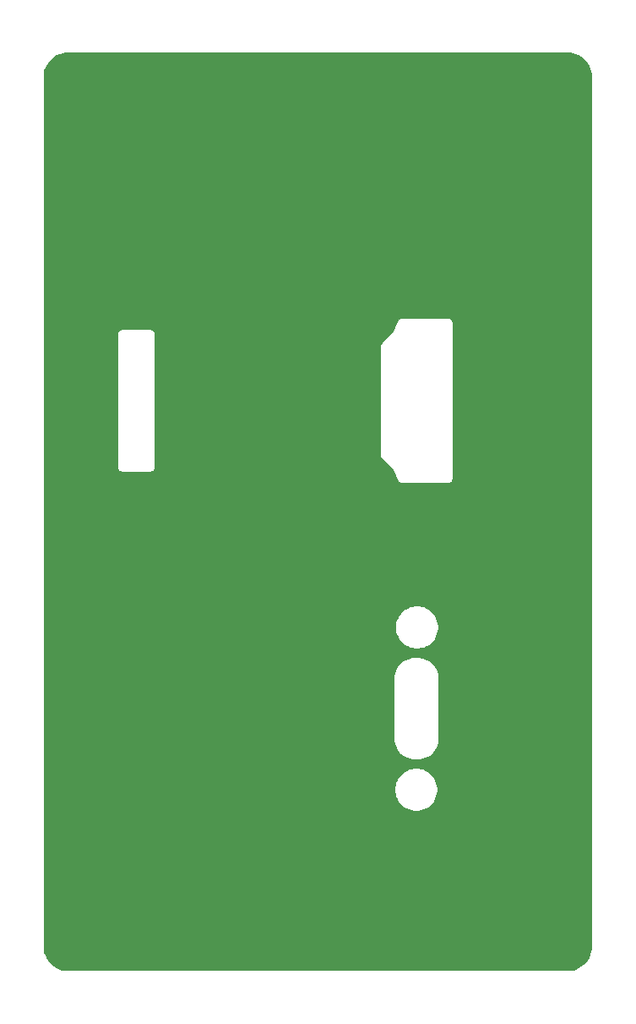
<source format=gbr>
%TF.GenerationSoftware,KiCad,Pcbnew,9.0.5-9.0.5~ubuntu24.04.1*%
%TF.CreationDate,2025-10-22T14:00:19+02:00*%
%TF.ProjectId,misrc_v2.5_back_panel,6d697372-635f-4763-922e-355f6261636b,rev?*%
%TF.SameCoordinates,Original*%
%TF.FileFunction,Copper,L2,Bot*%
%TF.FilePolarity,Positive*%
%FSLAX46Y46*%
G04 Gerber Fmt 4.6, Leading zero omitted, Abs format (unit mm)*
G04 Created by KiCad (PCBNEW 9.0.5-9.0.5~ubuntu24.04.1) date 2025-10-22 14:00:19*
%MOMM*%
%LPD*%
G01*
G04 APERTURE LIST*
%TA.AperFunction,ComponentPad*%
%ADD10C,13.000000*%
%TD*%
%TA.AperFunction,ComponentPad*%
%ADD11C,5.700000*%
%TD*%
G04 APERTURE END LIST*
D10*
%TO.P,H5,1,1*%
%TO.N,GND*%
X64850000Y-119207600D03*
%TD*%
D11*
%TO.P,H2,1,1*%
%TO.N,GND*%
X54000000Y-142000000D03*
%TD*%
%TO.P,H1,1,1*%
%TO.N,GND*%
X54000000Y-57000000D03*
%TD*%
%TO.P,H4,1,1*%
%TO.N,GND*%
X102000000Y-57000000D03*
%TD*%
%TO.P,H3,1,1*%
%TO.N,GND*%
X102000000Y-142000000D03*
%TD*%
%TA.AperFunction,Conductor*%
%TO.N,GND*%
G36*
X103001785Y-53500608D02*
G01*
X103297711Y-53518508D01*
X103304784Y-53519366D01*
X103594664Y-53572488D01*
X103601576Y-53574193D01*
X103882933Y-53661868D01*
X103889594Y-53664394D01*
X104158319Y-53785337D01*
X104164628Y-53788648D01*
X104416824Y-53941106D01*
X104422687Y-53945153D01*
X104654667Y-54126897D01*
X104660000Y-54131622D01*
X104868377Y-54339999D01*
X104873102Y-54345332D01*
X105054846Y-54577312D01*
X105058893Y-54583175D01*
X105211351Y-54835371D01*
X105214662Y-54841680D01*
X105335605Y-55110405D01*
X105338131Y-55117066D01*
X105425806Y-55398423D01*
X105427512Y-55405341D01*
X105480633Y-55695215D01*
X105481491Y-55702288D01*
X105499392Y-55998214D01*
X105499500Y-56001776D01*
X105499500Y-142998223D01*
X105499392Y-143001785D01*
X105481491Y-143297711D01*
X105480633Y-143304784D01*
X105427512Y-143594658D01*
X105425806Y-143601576D01*
X105338131Y-143882933D01*
X105335605Y-143889594D01*
X105214662Y-144158319D01*
X105211351Y-144164628D01*
X105058893Y-144416824D01*
X105054846Y-144422687D01*
X104873102Y-144654667D01*
X104868377Y-144660000D01*
X104660000Y-144868377D01*
X104654667Y-144873102D01*
X104422687Y-145054846D01*
X104416824Y-145058893D01*
X104164628Y-145211351D01*
X104158319Y-145214662D01*
X103889594Y-145335605D01*
X103882933Y-145338131D01*
X103601576Y-145425806D01*
X103594658Y-145427512D01*
X103304784Y-145480633D01*
X103297711Y-145481491D01*
X103001785Y-145499392D01*
X102998223Y-145499500D01*
X53001777Y-145499500D01*
X52998215Y-145499392D01*
X52702288Y-145481491D01*
X52695215Y-145480633D01*
X52405341Y-145427512D01*
X52398423Y-145425806D01*
X52117066Y-145338131D01*
X52110405Y-145335605D01*
X51841680Y-145214662D01*
X51835371Y-145211351D01*
X51583175Y-145058893D01*
X51577312Y-145054846D01*
X51345332Y-144873102D01*
X51339999Y-144868377D01*
X51131622Y-144660000D01*
X51126897Y-144654667D01*
X50945153Y-144422687D01*
X50941106Y-144416824D01*
X50788648Y-144164628D01*
X50785337Y-144158319D01*
X50664394Y-143889594D01*
X50661868Y-143882933D01*
X50574193Y-143601576D01*
X50572487Y-143594658D01*
X50519366Y-143304784D01*
X50518508Y-143297711D01*
X50500608Y-143001785D01*
X50500500Y-142998223D01*
X50500500Y-127194926D01*
X85767500Y-127194926D01*
X85767500Y-127470273D01*
X85803440Y-127743267D01*
X85874703Y-128009227D01*
X85874707Y-128009237D01*
X85980073Y-128263613D01*
X85980075Y-128263617D01*
X85980077Y-128263621D01*
X86029028Y-128348406D01*
X86117752Y-128502081D01*
X86285377Y-128720534D01*
X86480065Y-128915222D01*
X86480069Y-128915225D01*
X86480072Y-128915228D01*
X86698521Y-129082849D01*
X86936979Y-129220523D01*
X87191368Y-129325895D01*
X87457334Y-129397160D01*
X87730326Y-129433100D01*
X87730327Y-129433100D01*
X88005673Y-129433100D01*
X88005674Y-129433100D01*
X88278666Y-129397160D01*
X88544632Y-129325895D01*
X88799021Y-129220523D01*
X89037479Y-129082849D01*
X89255928Y-128915228D01*
X89450628Y-128720528D01*
X89618249Y-128502079D01*
X89755923Y-128263621D01*
X89861295Y-128009232D01*
X89932560Y-127743266D01*
X89968500Y-127470274D01*
X89968500Y-127194926D01*
X89932560Y-126921934D01*
X89861295Y-126655968D01*
X89755923Y-126401579D01*
X89618249Y-126163121D01*
X89450628Y-125944672D01*
X89450625Y-125944669D01*
X89450622Y-125944665D01*
X89255934Y-125749977D01*
X89255929Y-125749973D01*
X89255928Y-125749972D01*
X89162971Y-125678644D01*
X89037481Y-125582352D01*
X88989787Y-125554816D01*
X88799021Y-125444677D01*
X88799017Y-125444675D01*
X88799013Y-125444673D01*
X88544637Y-125339307D01*
X88544627Y-125339303D01*
X88278667Y-125268040D01*
X88142170Y-125250070D01*
X88005674Y-125232100D01*
X87730326Y-125232100D01*
X87639328Y-125244080D01*
X87457332Y-125268040D01*
X87191372Y-125339303D01*
X87191362Y-125339307D01*
X86936986Y-125444673D01*
X86698518Y-125582352D01*
X86480065Y-125749977D01*
X86285377Y-125944665D01*
X86117752Y-126163118D01*
X85980073Y-126401586D01*
X85874707Y-126655962D01*
X85874703Y-126655972D01*
X85803440Y-126921932D01*
X85767500Y-127194926D01*
X50500500Y-127194926D01*
X50500500Y-116026480D01*
X85699500Y-116026480D01*
X85699500Y-122388719D01*
X85733730Y-122648717D01*
X85801600Y-122902014D01*
X85801604Y-122902024D01*
X85901953Y-123144289D01*
X85901955Y-123144293D01*
X85901957Y-123144297D01*
X86006852Y-123325981D01*
X86033077Y-123371405D01*
X86192723Y-123579457D01*
X86378142Y-123764876D01*
X86378146Y-123764879D01*
X86378149Y-123764882D01*
X86586197Y-123924524D01*
X86813303Y-124055643D01*
X87055581Y-124155998D01*
X87308884Y-124223870D01*
X87568880Y-124258100D01*
X87568881Y-124258100D01*
X88231119Y-124258100D01*
X88231120Y-124258100D01*
X88491116Y-124223870D01*
X88744419Y-124155998D01*
X88986697Y-124055643D01*
X89213803Y-123924524D01*
X89421851Y-123764882D01*
X89607282Y-123579451D01*
X89766924Y-123371403D01*
X89898043Y-123144297D01*
X89998398Y-122902019D01*
X90066270Y-122648716D01*
X90100500Y-122388720D01*
X90100500Y-122257600D01*
X90100500Y-122191708D01*
X90100500Y-116091708D01*
X90100500Y-116084843D01*
X90100499Y-116084833D01*
X90100499Y-116026476D01*
X90094912Y-115984037D01*
X90066270Y-115766481D01*
X89998397Y-115513178D01*
X89898042Y-115270901D01*
X89766922Y-115043795D01*
X89607281Y-114835747D01*
X89607278Y-114835744D01*
X89607275Y-114835740D01*
X89421856Y-114650321D01*
X89421851Y-114650317D01*
X89421850Y-114650316D01*
X89333319Y-114582384D01*
X89213804Y-114490677D01*
X89168380Y-114464452D01*
X88986696Y-114359556D01*
X88986692Y-114359554D01*
X88986688Y-114359552D01*
X88744423Y-114259204D01*
X88744413Y-114259200D01*
X88635524Y-114230023D01*
X88491115Y-114191329D01*
X88491108Y-114191328D01*
X88394044Y-114178549D01*
X88231120Y-114157100D01*
X88165892Y-114157100D01*
X87765892Y-114157100D01*
X87700000Y-114157100D01*
X87568880Y-114157100D01*
X87482214Y-114168510D01*
X87308882Y-114191330D01*
X87055585Y-114259200D01*
X87055575Y-114259204D01*
X86813310Y-114359553D01*
X86586194Y-114490677D01*
X86378142Y-114650323D01*
X86192723Y-114835742D01*
X86033077Y-115043794D01*
X85901953Y-115270910D01*
X85801604Y-115513175D01*
X85801600Y-115513185D01*
X85733730Y-115766482D01*
X85699500Y-116026480D01*
X50500500Y-116026480D01*
X50500500Y-110944926D01*
X85843700Y-110944926D01*
X85843700Y-111220273D01*
X85879640Y-111493267D01*
X85950903Y-111759227D01*
X85950907Y-111759237D01*
X86056273Y-112013613D01*
X86056275Y-112013617D01*
X86056277Y-112013621D01*
X86105228Y-112098406D01*
X86193952Y-112252081D01*
X86361577Y-112470534D01*
X86556265Y-112665222D01*
X86556269Y-112665225D01*
X86556272Y-112665228D01*
X86774721Y-112832849D01*
X87013179Y-112970523D01*
X87267568Y-113075895D01*
X87533534Y-113147160D01*
X87806526Y-113183100D01*
X87806527Y-113183100D01*
X88081873Y-113183100D01*
X88081874Y-113183100D01*
X88354866Y-113147160D01*
X88620832Y-113075895D01*
X88875221Y-112970523D01*
X89113679Y-112832849D01*
X89332128Y-112665228D01*
X89526828Y-112470528D01*
X89694449Y-112252079D01*
X89832123Y-112013621D01*
X89937495Y-111759232D01*
X90008760Y-111493266D01*
X90044700Y-111220274D01*
X90044700Y-110944926D01*
X90008760Y-110671934D01*
X89937495Y-110405968D01*
X89832123Y-110151579D01*
X89694449Y-109913121D01*
X89526828Y-109694672D01*
X89526825Y-109694669D01*
X89526822Y-109694665D01*
X89332134Y-109499977D01*
X89332129Y-109499973D01*
X89332128Y-109499972D01*
X89239171Y-109428644D01*
X89113681Y-109332352D01*
X89065987Y-109304816D01*
X88875221Y-109194677D01*
X88875217Y-109194675D01*
X88875213Y-109194673D01*
X88620837Y-109089307D01*
X88620827Y-109089303D01*
X88354867Y-109018040D01*
X88218370Y-109000070D01*
X88081874Y-108982100D01*
X87806526Y-108982100D01*
X87715528Y-108994080D01*
X87533532Y-109018040D01*
X87267572Y-109089303D01*
X87267562Y-109089307D01*
X87013186Y-109194673D01*
X86774718Y-109332352D01*
X86556265Y-109499977D01*
X86361577Y-109694665D01*
X86193952Y-109913118D01*
X86056273Y-110151586D01*
X85950907Y-110405962D01*
X85950903Y-110405972D01*
X85879640Y-110671932D01*
X85843700Y-110944926D01*
X50500500Y-110944926D01*
X50500500Y-81726206D01*
X57949500Y-81726206D01*
X57949500Y-95057993D01*
X57983607Y-95185285D01*
X57983609Y-95185288D01*
X58049499Y-95299413D01*
X58049501Y-95299416D01*
X58142684Y-95392599D01*
X58142686Y-95392600D01*
X58256814Y-95458492D01*
X58384108Y-95492600D01*
X61215892Y-95492600D01*
X61343186Y-95458492D01*
X61457314Y-95392600D01*
X61457314Y-95392599D01*
X61457316Y-95392599D01*
X61550499Y-95299416D01*
X61550500Y-95299414D01*
X61616392Y-95185286D01*
X61650500Y-95057992D01*
X61650500Y-82931370D01*
X84298846Y-82931370D01*
X84299497Y-82994397D01*
X84299500Y-82995006D01*
X84299500Y-93789192D01*
X84299497Y-93789801D01*
X84298846Y-93852829D01*
X84299071Y-93854678D01*
X84299075Y-93854713D01*
X84299180Y-93855584D01*
X84299189Y-93855654D01*
X84299236Y-93856043D01*
X84299255Y-93856142D01*
X84299497Y-93857985D01*
X84315799Y-93918827D01*
X84315953Y-93919413D01*
X84331642Y-93980474D01*
X84332326Y-93982174D01*
X84332691Y-93983080D01*
X84332697Y-93983095D01*
X84332839Y-93983449D01*
X84332891Y-93983556D01*
X84333608Y-93985286D01*
X84365088Y-94039811D01*
X84365389Y-94040338D01*
X84387956Y-94080370D01*
X84396354Y-94095269D01*
X84396358Y-94095273D01*
X84397469Y-94096752D01*
X84397482Y-94096770D01*
X84398140Y-94097647D01*
X84398141Y-94097648D01*
X84398293Y-94097850D01*
X84398358Y-94097926D01*
X84399500Y-94099414D01*
X84444067Y-94143981D01*
X84444495Y-94144413D01*
X85571850Y-95295256D01*
X85583618Y-95312581D01*
X85663627Y-95492600D01*
X86026705Y-96309523D01*
X86033608Y-96335286D01*
X86053360Y-96369497D01*
X86054622Y-96372336D01*
X86054622Y-96372337D01*
X86069396Y-96405581D01*
X86083257Y-96422722D01*
X86088473Y-96430317D01*
X86099500Y-96449414D01*
X86125226Y-96475140D01*
X86129383Y-96479759D01*
X86152266Y-96508055D01*
X86173829Y-96523743D01*
X86192686Y-96542600D01*
X86226893Y-96562349D01*
X86258830Y-96585585D01*
X86279404Y-96593497D01*
X86287717Y-96597465D01*
X86306814Y-96608492D01*
X86344970Y-96618715D01*
X86381831Y-96632893D01*
X86408347Y-96635697D01*
X86434108Y-96642600D01*
X86473609Y-96642600D01*
X86512884Y-96646754D01*
X86539223Y-96642600D01*
X90934108Y-96642600D01*
X91065892Y-96642600D01*
X91193186Y-96608492D01*
X91307314Y-96542600D01*
X91307314Y-96542599D01*
X91307316Y-96542599D01*
X91400499Y-96449416D01*
X91400500Y-96449414D01*
X91466392Y-96335286D01*
X91500500Y-96207992D01*
X91500500Y-80576208D01*
X91466392Y-80448914D01*
X91400500Y-80334786D01*
X91400499Y-80334784D01*
X91307316Y-80241601D01*
X91307313Y-80241599D01*
X91193188Y-80175709D01*
X91193185Y-80175707D01*
X91065893Y-80141600D01*
X91065892Y-80141600D01*
X86539223Y-80141600D01*
X86512884Y-80137446D01*
X86473609Y-80141600D01*
X86434108Y-80141600D01*
X86434104Y-80141600D01*
X86412814Y-80147304D01*
X86408347Y-80148502D01*
X86381831Y-80151307D01*
X86344977Y-80165481D01*
X86341966Y-80166288D01*
X86341964Y-80166287D01*
X86306818Y-80175706D01*
X86306815Y-80175707D01*
X86287715Y-80186734D01*
X86287714Y-80186733D01*
X86283704Y-80189047D01*
X86258830Y-80198615D01*
X86226909Y-80221838D01*
X86224204Y-80223400D01*
X86224197Y-80223406D01*
X86192687Y-80241598D01*
X86177097Y-80257188D01*
X86173829Y-80260456D01*
X86152266Y-80276145D01*
X86127438Y-80306844D01*
X86125232Y-80309051D01*
X86125233Y-80309051D01*
X86099499Y-80334786D01*
X86088474Y-80353878D01*
X86088475Y-80353879D01*
X86086164Y-80357882D01*
X86069399Y-80378615D01*
X86053362Y-80414697D01*
X86051804Y-80417396D01*
X86051801Y-80417397D01*
X86033610Y-80448909D01*
X86033606Y-80448917D01*
X86027899Y-80470214D01*
X86024825Y-80478903D01*
X85583618Y-81471617D01*
X85571850Y-81488942D01*
X84444543Y-82639734D01*
X84444544Y-82639735D01*
X84444256Y-82640028D01*
X84399500Y-82684786D01*
X84398187Y-82687058D01*
X84396353Y-82688931D01*
X84365472Y-82743714D01*
X84365172Y-82744240D01*
X84333604Y-82798918D01*
X84332888Y-82800645D01*
X84332889Y-82800646D01*
X84332563Y-82801431D01*
X84332521Y-82801536D01*
X84332380Y-82801876D01*
X84332344Y-82801983D01*
X84331642Y-82803727D01*
X84315947Y-82864810D01*
X84315946Y-82864809D01*
X84315836Y-82865234D01*
X84299500Y-82926208D01*
X84299500Y-82928820D01*
X84298847Y-82931362D01*
X84298846Y-82931370D01*
X61650500Y-82931370D01*
X61650500Y-81726208D01*
X61616392Y-81598914D01*
X61550500Y-81484786D01*
X61550499Y-81484784D01*
X61457316Y-81391601D01*
X61457313Y-81391599D01*
X61343188Y-81325709D01*
X61343185Y-81325707D01*
X61215893Y-81291600D01*
X61215892Y-81291600D01*
X58515892Y-81291600D01*
X58384108Y-81291600D01*
X58384106Y-81291600D01*
X58256814Y-81325707D01*
X58256811Y-81325709D01*
X58142686Y-81391599D01*
X58049499Y-81484786D01*
X57983609Y-81598911D01*
X57983607Y-81598914D01*
X57949500Y-81726206D01*
X50500500Y-81726206D01*
X50500500Y-56001776D01*
X50500608Y-55998214D01*
X50518508Y-55702288D01*
X50519366Y-55695215D01*
X50557752Y-55485750D01*
X50572489Y-55405331D01*
X50574193Y-55398423D01*
X50661868Y-55117066D01*
X50664394Y-55110405D01*
X50785341Y-54841672D01*
X50788644Y-54835378D01*
X50941109Y-54583170D01*
X50945153Y-54577312D01*
X51126904Y-54345323D01*
X51131614Y-54340007D01*
X51340007Y-54131614D01*
X51345323Y-54126904D01*
X51577317Y-53945149D01*
X51583170Y-53941109D01*
X51835378Y-53788644D01*
X51841672Y-53785341D01*
X52110407Y-53664392D01*
X52117066Y-53661868D01*
X52398423Y-53574193D01*
X52405331Y-53572489D01*
X52695217Y-53519365D01*
X52702286Y-53518508D01*
X52998215Y-53500608D01*
X53001777Y-53500500D01*
X53065892Y-53500500D01*
X102934108Y-53500500D01*
X102998223Y-53500500D01*
X103001785Y-53500608D01*
G37*
%TD.AperFunction*%
%TD*%
M02*

</source>
